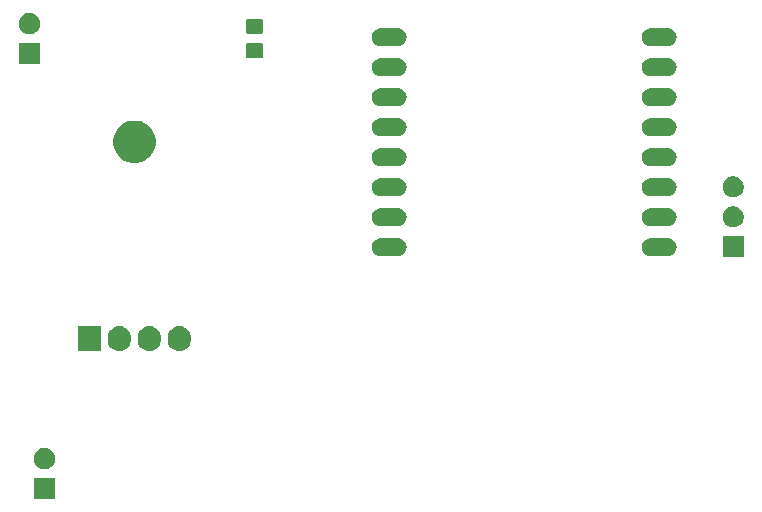
<source format=gbr>
G04 #@! TF.GenerationSoftware,KiCad,Pcbnew,5.1.5+dfsg1-2build2*
G04 #@! TF.CreationDate,2021-09-27T21:09:23+08:00*
G04 #@! TF.ProjectId,esp32-cam,65737033-322d-4636-916d-2e6b69636164,rev?*
G04 #@! TF.SameCoordinates,Original*
G04 #@! TF.FileFunction,Soldermask,Bot*
G04 #@! TF.FilePolarity,Negative*
%FSLAX46Y46*%
G04 Gerber Fmt 4.6, Leading zero omitted, Abs format (unit mm)*
G04 Created by KiCad (PCBNEW 5.1.5+dfsg1-2build2) date 2021-09-27 21:09:23*
%MOMM*%
%LPD*%
G04 APERTURE LIST*
%ADD10C,0.100000*%
G04 APERTURE END LIST*
D10*
G36*
X82181000Y-116471000D02*
G01*
X80379000Y-116471000D01*
X80379000Y-114669000D01*
X82181000Y-114669000D01*
X82181000Y-116471000D01*
G37*
G36*
X81393512Y-112133927D02*
G01*
X81542812Y-112163624D01*
X81706784Y-112231544D01*
X81854354Y-112330147D01*
X81979853Y-112455646D01*
X82078456Y-112603216D01*
X82146376Y-112767188D01*
X82181000Y-112941259D01*
X82181000Y-113118741D01*
X82146376Y-113292812D01*
X82078456Y-113456784D01*
X81979853Y-113604354D01*
X81854354Y-113729853D01*
X81706784Y-113828456D01*
X81542812Y-113896376D01*
X81393512Y-113926073D01*
X81368742Y-113931000D01*
X81191258Y-113931000D01*
X81166488Y-113926073D01*
X81017188Y-113896376D01*
X80853216Y-113828456D01*
X80705646Y-113729853D01*
X80580147Y-113604354D01*
X80481544Y-113456784D01*
X80413624Y-113292812D01*
X80379000Y-113118741D01*
X80379000Y-112941259D01*
X80413624Y-112767188D01*
X80481544Y-112603216D01*
X80580147Y-112455646D01*
X80705646Y-112330147D01*
X80853216Y-112231544D01*
X81017188Y-112163624D01*
X81166488Y-112133927D01*
X81191258Y-112129000D01*
X81368742Y-112129000D01*
X81393512Y-112133927D01*
G37*
G36*
X92906719Y-101833520D02*
G01*
X93095880Y-101890901D01*
X93095883Y-101890902D01*
X93188333Y-101940318D01*
X93270212Y-101984083D01*
X93423015Y-102109485D01*
X93548417Y-102262288D01*
X93641599Y-102436619D01*
X93698980Y-102625780D01*
X93713500Y-102773206D01*
X93713500Y-102966793D01*
X93698980Y-103114219D01*
X93641599Y-103303380D01*
X93641598Y-103303383D01*
X93592182Y-103395833D01*
X93548417Y-103477712D01*
X93423015Y-103630515D01*
X93270212Y-103755917D01*
X93095881Y-103849099D01*
X92906720Y-103906480D01*
X92710000Y-103925855D01*
X92513281Y-103906480D01*
X92324120Y-103849099D01*
X92149788Y-103755917D01*
X91996985Y-103630515D01*
X91871583Y-103477712D01*
X91778401Y-103303381D01*
X91721020Y-103114220D01*
X91706500Y-102966794D01*
X91706500Y-102773207D01*
X91721020Y-102625781D01*
X91778401Y-102436620D01*
X91778402Y-102436617D01*
X91827818Y-102344167D01*
X91871583Y-102262288D01*
X91996985Y-102109485D01*
X92149788Y-101984083D01*
X92324119Y-101890901D01*
X92513280Y-101833520D01*
X92710000Y-101814145D01*
X92906719Y-101833520D01*
G37*
G36*
X87826719Y-101833520D02*
G01*
X88015880Y-101890901D01*
X88015883Y-101890902D01*
X88108333Y-101940318D01*
X88190212Y-101984083D01*
X88343015Y-102109485D01*
X88468417Y-102262288D01*
X88561599Y-102436619D01*
X88618980Y-102625780D01*
X88633500Y-102773206D01*
X88633500Y-102966793D01*
X88618980Y-103114219D01*
X88561599Y-103303380D01*
X88561598Y-103303383D01*
X88512182Y-103395833D01*
X88468417Y-103477712D01*
X88343015Y-103630515D01*
X88190212Y-103755917D01*
X88015881Y-103849099D01*
X87826720Y-103906480D01*
X87630000Y-103925855D01*
X87433281Y-103906480D01*
X87244120Y-103849099D01*
X87069788Y-103755917D01*
X86916985Y-103630515D01*
X86791583Y-103477712D01*
X86698401Y-103303381D01*
X86641020Y-103114220D01*
X86626500Y-102966794D01*
X86626500Y-102773207D01*
X86641020Y-102625781D01*
X86698401Y-102436620D01*
X86698402Y-102436617D01*
X86747818Y-102344167D01*
X86791583Y-102262288D01*
X86916985Y-102109485D01*
X87069788Y-101984083D01*
X87244119Y-101890901D01*
X87433280Y-101833520D01*
X87630000Y-101814145D01*
X87826719Y-101833520D01*
G37*
G36*
X90366719Y-101833520D02*
G01*
X90555880Y-101890901D01*
X90555883Y-101890902D01*
X90648333Y-101940318D01*
X90730212Y-101984083D01*
X90883015Y-102109485D01*
X91008417Y-102262288D01*
X91101599Y-102436619D01*
X91158980Y-102625780D01*
X91173500Y-102773206D01*
X91173500Y-102966793D01*
X91158980Y-103114219D01*
X91101599Y-103303380D01*
X91101598Y-103303383D01*
X91052182Y-103395833D01*
X91008417Y-103477712D01*
X90883015Y-103630515D01*
X90730212Y-103755917D01*
X90555881Y-103849099D01*
X90366720Y-103906480D01*
X90170000Y-103925855D01*
X89973281Y-103906480D01*
X89784120Y-103849099D01*
X89609788Y-103755917D01*
X89456985Y-103630515D01*
X89331583Y-103477712D01*
X89238401Y-103303381D01*
X89181020Y-103114220D01*
X89166500Y-102966794D01*
X89166500Y-102773207D01*
X89181020Y-102625781D01*
X89238401Y-102436620D01*
X89238402Y-102436617D01*
X89287818Y-102344167D01*
X89331583Y-102262288D01*
X89456985Y-102109485D01*
X89609788Y-101984083D01*
X89784119Y-101890901D01*
X89973280Y-101833520D01*
X90170000Y-101814145D01*
X90366719Y-101833520D01*
G37*
G36*
X86093500Y-103921000D02*
G01*
X84086500Y-103921000D01*
X84086500Y-101819000D01*
X86093500Y-101819000D01*
X86093500Y-103921000D01*
G37*
G36*
X140501000Y-96001000D02*
G01*
X138699000Y-96001000D01*
X138699000Y-94199000D01*
X140501000Y-94199000D01*
X140501000Y-96001000D01*
G37*
G36*
X134134626Y-94363315D02*
G01*
X134190617Y-94368829D01*
X134296908Y-94401072D01*
X134334296Y-94412414D01*
X134466703Y-94483187D01*
X134582764Y-94578436D01*
X134678013Y-94694497D01*
X134748786Y-94826904D01*
X134748787Y-94826908D01*
X134792371Y-94970583D01*
X134807087Y-95120000D01*
X134792371Y-95269417D01*
X134760128Y-95375708D01*
X134748786Y-95413096D01*
X134678013Y-95545503D01*
X134582764Y-95661564D01*
X134466703Y-95756813D01*
X134334296Y-95827586D01*
X134296908Y-95838928D01*
X134190617Y-95871171D01*
X134134626Y-95876686D01*
X134078637Y-95882200D01*
X132581363Y-95882200D01*
X132525374Y-95876686D01*
X132469383Y-95871171D01*
X132363092Y-95838928D01*
X132325704Y-95827586D01*
X132193297Y-95756813D01*
X132077236Y-95661564D01*
X131981987Y-95545503D01*
X131911214Y-95413096D01*
X131899872Y-95375708D01*
X131867629Y-95269417D01*
X131852913Y-95120000D01*
X131867629Y-94970583D01*
X131911213Y-94826908D01*
X131911214Y-94826904D01*
X131981987Y-94694497D01*
X132077236Y-94578436D01*
X132193297Y-94483187D01*
X132325704Y-94412414D01*
X132363092Y-94401072D01*
X132469383Y-94368829D01*
X132525374Y-94363315D01*
X132581363Y-94357800D01*
X134078637Y-94357800D01*
X134134626Y-94363315D01*
G37*
G36*
X111274626Y-94363315D02*
G01*
X111330617Y-94368829D01*
X111436908Y-94401072D01*
X111474296Y-94412414D01*
X111606703Y-94483187D01*
X111722764Y-94578436D01*
X111818013Y-94694497D01*
X111888786Y-94826904D01*
X111888787Y-94826908D01*
X111932371Y-94970583D01*
X111947087Y-95120000D01*
X111932371Y-95269417D01*
X111900128Y-95375708D01*
X111888786Y-95413096D01*
X111818013Y-95545503D01*
X111722764Y-95661564D01*
X111606703Y-95756813D01*
X111474296Y-95827586D01*
X111436908Y-95838928D01*
X111330617Y-95871171D01*
X111274626Y-95876686D01*
X111218637Y-95882200D01*
X109721363Y-95882200D01*
X109665374Y-95876686D01*
X109609383Y-95871171D01*
X109503092Y-95838928D01*
X109465704Y-95827586D01*
X109333297Y-95756813D01*
X109217236Y-95661564D01*
X109121987Y-95545503D01*
X109051214Y-95413096D01*
X109039872Y-95375708D01*
X109007629Y-95269417D01*
X108992913Y-95120000D01*
X109007629Y-94970583D01*
X109051213Y-94826908D01*
X109051214Y-94826904D01*
X109121987Y-94694497D01*
X109217236Y-94578436D01*
X109333297Y-94483187D01*
X109465704Y-94412414D01*
X109503092Y-94401072D01*
X109609383Y-94368829D01*
X109665374Y-94363315D01*
X109721363Y-94357800D01*
X111218637Y-94357800D01*
X111274626Y-94363315D01*
G37*
G36*
X139713512Y-91663927D02*
G01*
X139862812Y-91693624D01*
X140026784Y-91761544D01*
X140174354Y-91860147D01*
X140299853Y-91985646D01*
X140398456Y-92133216D01*
X140466376Y-92297188D01*
X140501000Y-92471259D01*
X140501000Y-92648741D01*
X140466376Y-92822812D01*
X140398456Y-92986784D01*
X140299853Y-93134354D01*
X140174354Y-93259853D01*
X140026784Y-93358456D01*
X139862812Y-93426376D01*
X139713512Y-93456073D01*
X139688742Y-93461000D01*
X139511258Y-93461000D01*
X139486488Y-93456073D01*
X139337188Y-93426376D01*
X139173216Y-93358456D01*
X139025646Y-93259853D01*
X138900147Y-93134354D01*
X138801544Y-92986784D01*
X138733624Y-92822812D01*
X138699000Y-92648741D01*
X138699000Y-92471259D01*
X138733624Y-92297188D01*
X138801544Y-92133216D01*
X138900147Y-91985646D01*
X139025646Y-91860147D01*
X139173216Y-91761544D01*
X139337188Y-91693624D01*
X139486488Y-91663927D01*
X139511258Y-91659000D01*
X139688742Y-91659000D01*
X139713512Y-91663927D01*
G37*
G36*
X111274626Y-91823314D02*
G01*
X111330617Y-91828829D01*
X111433857Y-91860147D01*
X111474296Y-91872414D01*
X111606703Y-91943187D01*
X111722764Y-92038436D01*
X111818013Y-92154497D01*
X111888786Y-92286904D01*
X111891906Y-92297189D01*
X111932371Y-92430583D01*
X111947087Y-92580000D01*
X111932371Y-92729417D01*
X111900128Y-92835708D01*
X111888786Y-92873096D01*
X111818013Y-93005503D01*
X111722764Y-93121564D01*
X111606703Y-93216813D01*
X111474296Y-93287586D01*
X111436908Y-93298928D01*
X111330617Y-93331171D01*
X111274626Y-93336686D01*
X111218637Y-93342200D01*
X109721363Y-93342200D01*
X109665374Y-93336686D01*
X109609383Y-93331171D01*
X109503092Y-93298928D01*
X109465704Y-93287586D01*
X109333297Y-93216813D01*
X109217236Y-93121564D01*
X109121987Y-93005503D01*
X109051214Y-92873096D01*
X109039872Y-92835708D01*
X109007629Y-92729417D01*
X108992913Y-92580000D01*
X109007629Y-92430583D01*
X109048094Y-92297189D01*
X109051214Y-92286904D01*
X109121987Y-92154497D01*
X109217236Y-92038436D01*
X109333297Y-91943187D01*
X109465704Y-91872414D01*
X109506143Y-91860147D01*
X109609383Y-91828829D01*
X109665374Y-91823314D01*
X109721363Y-91817800D01*
X111218637Y-91817800D01*
X111274626Y-91823314D01*
G37*
G36*
X134134626Y-91823314D02*
G01*
X134190617Y-91828829D01*
X134293857Y-91860147D01*
X134334296Y-91872414D01*
X134466703Y-91943187D01*
X134582764Y-92038436D01*
X134678013Y-92154497D01*
X134748786Y-92286904D01*
X134751906Y-92297189D01*
X134792371Y-92430583D01*
X134807087Y-92580000D01*
X134792371Y-92729417D01*
X134760128Y-92835708D01*
X134748786Y-92873096D01*
X134678013Y-93005503D01*
X134582764Y-93121564D01*
X134466703Y-93216813D01*
X134334296Y-93287586D01*
X134296908Y-93298928D01*
X134190617Y-93331171D01*
X134134626Y-93336686D01*
X134078637Y-93342200D01*
X132581363Y-93342200D01*
X132525374Y-93336686D01*
X132469383Y-93331171D01*
X132363092Y-93298928D01*
X132325704Y-93287586D01*
X132193297Y-93216813D01*
X132077236Y-93121564D01*
X131981987Y-93005503D01*
X131911214Y-92873096D01*
X131899872Y-92835708D01*
X131867629Y-92729417D01*
X131852913Y-92580000D01*
X131867629Y-92430583D01*
X131908094Y-92297189D01*
X131911214Y-92286904D01*
X131981987Y-92154497D01*
X132077236Y-92038436D01*
X132193297Y-91943187D01*
X132325704Y-91872414D01*
X132366143Y-91860147D01*
X132469383Y-91828829D01*
X132525374Y-91823314D01*
X132581363Y-91817800D01*
X134078637Y-91817800D01*
X134134626Y-91823314D01*
G37*
G36*
X139713512Y-89123927D02*
G01*
X139862812Y-89153624D01*
X140026784Y-89221544D01*
X140174354Y-89320147D01*
X140299853Y-89445646D01*
X140398456Y-89593216D01*
X140466376Y-89757188D01*
X140501000Y-89931259D01*
X140501000Y-90108741D01*
X140466376Y-90282812D01*
X140398456Y-90446784D01*
X140299853Y-90594354D01*
X140174354Y-90719853D01*
X140026784Y-90818456D01*
X139862812Y-90886376D01*
X139713512Y-90916073D01*
X139688742Y-90921000D01*
X139511258Y-90921000D01*
X139486488Y-90916073D01*
X139337188Y-90886376D01*
X139173216Y-90818456D01*
X139025646Y-90719853D01*
X138900147Y-90594354D01*
X138801544Y-90446784D01*
X138733624Y-90282812D01*
X138699000Y-90108741D01*
X138699000Y-89931259D01*
X138733624Y-89757188D01*
X138801544Y-89593216D01*
X138900147Y-89445646D01*
X139025646Y-89320147D01*
X139173216Y-89221544D01*
X139337188Y-89153624D01*
X139486488Y-89123927D01*
X139511258Y-89119000D01*
X139688742Y-89119000D01*
X139713512Y-89123927D01*
G37*
G36*
X134134626Y-89283314D02*
G01*
X134190617Y-89288829D01*
X134293857Y-89320147D01*
X134334296Y-89332414D01*
X134466703Y-89403187D01*
X134582764Y-89498436D01*
X134678013Y-89614497D01*
X134748786Y-89746904D01*
X134751906Y-89757189D01*
X134792371Y-89890583D01*
X134807087Y-90040000D01*
X134792371Y-90189417D01*
X134760128Y-90295708D01*
X134748786Y-90333096D01*
X134678013Y-90465503D01*
X134582764Y-90581564D01*
X134466703Y-90676813D01*
X134334296Y-90747586D01*
X134296908Y-90758928D01*
X134190617Y-90791171D01*
X134134626Y-90796686D01*
X134078637Y-90802200D01*
X132581363Y-90802200D01*
X132525374Y-90796686D01*
X132469383Y-90791171D01*
X132363092Y-90758928D01*
X132325704Y-90747586D01*
X132193297Y-90676813D01*
X132077236Y-90581564D01*
X131981987Y-90465503D01*
X131911214Y-90333096D01*
X131899872Y-90295708D01*
X131867629Y-90189417D01*
X131852913Y-90040000D01*
X131867629Y-89890583D01*
X131908094Y-89757189D01*
X131911214Y-89746904D01*
X131981987Y-89614497D01*
X132077236Y-89498436D01*
X132193297Y-89403187D01*
X132325704Y-89332414D01*
X132366143Y-89320147D01*
X132469383Y-89288829D01*
X132525374Y-89283314D01*
X132581363Y-89277800D01*
X134078637Y-89277800D01*
X134134626Y-89283314D01*
G37*
G36*
X111274626Y-89283314D02*
G01*
X111330617Y-89288829D01*
X111433857Y-89320147D01*
X111474296Y-89332414D01*
X111606703Y-89403187D01*
X111722764Y-89498436D01*
X111818013Y-89614497D01*
X111888786Y-89746904D01*
X111891906Y-89757189D01*
X111932371Y-89890583D01*
X111947087Y-90040000D01*
X111932371Y-90189417D01*
X111900128Y-90295708D01*
X111888786Y-90333096D01*
X111818013Y-90465503D01*
X111722764Y-90581564D01*
X111606703Y-90676813D01*
X111474296Y-90747586D01*
X111436908Y-90758928D01*
X111330617Y-90791171D01*
X111274626Y-90796686D01*
X111218637Y-90802200D01*
X109721363Y-90802200D01*
X109665374Y-90796686D01*
X109609383Y-90791171D01*
X109503092Y-90758928D01*
X109465704Y-90747586D01*
X109333297Y-90676813D01*
X109217236Y-90581564D01*
X109121987Y-90465503D01*
X109051214Y-90333096D01*
X109039872Y-90295708D01*
X109007629Y-90189417D01*
X108992913Y-90040000D01*
X109007629Y-89890583D01*
X109048094Y-89757189D01*
X109051214Y-89746904D01*
X109121987Y-89614497D01*
X109217236Y-89498436D01*
X109333297Y-89403187D01*
X109465704Y-89332414D01*
X109506143Y-89320147D01*
X109609383Y-89288829D01*
X109665374Y-89283314D01*
X109721363Y-89277800D01*
X111218637Y-89277800D01*
X111274626Y-89283314D01*
G37*
G36*
X134134626Y-86743314D02*
G01*
X134190617Y-86748829D01*
X134296908Y-86781072D01*
X134334296Y-86792414D01*
X134466703Y-86863187D01*
X134582764Y-86958436D01*
X134678013Y-87074497D01*
X134748786Y-87206904D01*
X134748787Y-87206908D01*
X134792371Y-87350583D01*
X134807087Y-87500000D01*
X134792371Y-87649417D01*
X134760128Y-87755708D01*
X134748786Y-87793096D01*
X134678013Y-87925503D01*
X134582764Y-88041564D01*
X134466703Y-88136813D01*
X134334296Y-88207586D01*
X134296908Y-88218928D01*
X134190617Y-88251171D01*
X134134626Y-88256685D01*
X134078637Y-88262200D01*
X132581363Y-88262200D01*
X132525374Y-88256685D01*
X132469383Y-88251171D01*
X132363092Y-88218928D01*
X132325704Y-88207586D01*
X132193297Y-88136813D01*
X132077236Y-88041564D01*
X131981987Y-87925503D01*
X131911214Y-87793096D01*
X131899872Y-87755708D01*
X131867629Y-87649417D01*
X131852913Y-87500000D01*
X131867629Y-87350583D01*
X131911213Y-87206908D01*
X131911214Y-87206904D01*
X131981987Y-87074497D01*
X132077236Y-86958436D01*
X132193297Y-86863187D01*
X132325704Y-86792414D01*
X132363092Y-86781072D01*
X132469383Y-86748829D01*
X132525374Y-86743314D01*
X132581363Y-86737800D01*
X134078637Y-86737800D01*
X134134626Y-86743314D01*
G37*
G36*
X111274626Y-86743314D02*
G01*
X111330617Y-86748829D01*
X111436908Y-86781072D01*
X111474296Y-86792414D01*
X111606703Y-86863187D01*
X111722764Y-86958436D01*
X111818013Y-87074497D01*
X111888786Y-87206904D01*
X111888787Y-87206908D01*
X111932371Y-87350583D01*
X111947087Y-87500000D01*
X111932371Y-87649417D01*
X111900128Y-87755708D01*
X111888786Y-87793096D01*
X111818013Y-87925503D01*
X111722764Y-88041564D01*
X111606703Y-88136813D01*
X111474296Y-88207586D01*
X111436908Y-88218928D01*
X111330617Y-88251171D01*
X111274626Y-88256685D01*
X111218637Y-88262200D01*
X109721363Y-88262200D01*
X109665374Y-88256685D01*
X109609383Y-88251171D01*
X109503092Y-88218928D01*
X109465704Y-88207586D01*
X109333297Y-88136813D01*
X109217236Y-88041564D01*
X109121987Y-87925503D01*
X109051214Y-87793096D01*
X109039872Y-87755708D01*
X109007629Y-87649417D01*
X108992913Y-87500000D01*
X109007629Y-87350583D01*
X109051213Y-87206908D01*
X109051214Y-87206904D01*
X109121987Y-87074497D01*
X109217236Y-86958436D01*
X109333297Y-86863187D01*
X109465704Y-86792414D01*
X109503092Y-86781072D01*
X109609383Y-86748829D01*
X109665374Y-86743314D01*
X109721363Y-86737800D01*
X111218637Y-86737800D01*
X111274626Y-86743314D01*
G37*
G36*
X89425331Y-84478211D02*
G01*
X89753092Y-84613974D01*
X90048070Y-84811072D01*
X90298928Y-85061930D01*
X90496026Y-85356908D01*
X90631789Y-85684669D01*
X90701000Y-86032616D01*
X90701000Y-86387384D01*
X90631789Y-86735331D01*
X90496026Y-87063092D01*
X90298928Y-87358070D01*
X90048070Y-87608928D01*
X89753092Y-87806026D01*
X89425331Y-87941789D01*
X89077384Y-88011000D01*
X88722616Y-88011000D01*
X88374669Y-87941789D01*
X88046908Y-87806026D01*
X87751930Y-87608928D01*
X87501072Y-87358070D01*
X87303974Y-87063092D01*
X87168211Y-86735331D01*
X87099000Y-86387384D01*
X87099000Y-86032616D01*
X87168211Y-85684669D01*
X87303974Y-85356908D01*
X87501072Y-85061930D01*
X87751930Y-84811072D01*
X88046908Y-84613974D01*
X88374669Y-84478211D01*
X88722616Y-84409000D01*
X89077384Y-84409000D01*
X89425331Y-84478211D01*
G37*
G36*
X134134626Y-84203314D02*
G01*
X134190617Y-84208829D01*
X134296908Y-84241072D01*
X134334296Y-84252414D01*
X134466703Y-84323187D01*
X134582764Y-84418436D01*
X134678013Y-84534497D01*
X134748786Y-84666904D01*
X134748787Y-84666908D01*
X134792371Y-84810583D01*
X134807087Y-84960000D01*
X134792371Y-85109417D01*
X134760128Y-85215708D01*
X134748786Y-85253096D01*
X134678013Y-85385503D01*
X134582764Y-85501564D01*
X134466703Y-85596813D01*
X134334296Y-85667586D01*
X134296908Y-85678928D01*
X134190617Y-85711171D01*
X134134626Y-85716685D01*
X134078637Y-85722200D01*
X132581363Y-85722200D01*
X132525374Y-85716685D01*
X132469383Y-85711171D01*
X132363092Y-85678928D01*
X132325704Y-85667586D01*
X132193297Y-85596813D01*
X132077236Y-85501564D01*
X131981987Y-85385503D01*
X131911214Y-85253096D01*
X131899872Y-85215708D01*
X131867629Y-85109417D01*
X131852913Y-84960000D01*
X131867629Y-84810583D01*
X131911213Y-84666908D01*
X131911214Y-84666904D01*
X131981987Y-84534497D01*
X132077236Y-84418436D01*
X132193297Y-84323187D01*
X132325704Y-84252414D01*
X132363092Y-84241072D01*
X132469383Y-84208829D01*
X132525374Y-84203314D01*
X132581363Y-84197800D01*
X134078637Y-84197800D01*
X134134626Y-84203314D01*
G37*
G36*
X111274626Y-84203314D02*
G01*
X111330617Y-84208829D01*
X111436908Y-84241072D01*
X111474296Y-84252414D01*
X111606703Y-84323187D01*
X111722764Y-84418436D01*
X111818013Y-84534497D01*
X111888786Y-84666904D01*
X111888787Y-84666908D01*
X111932371Y-84810583D01*
X111947087Y-84960000D01*
X111932371Y-85109417D01*
X111900128Y-85215708D01*
X111888786Y-85253096D01*
X111818013Y-85385503D01*
X111722764Y-85501564D01*
X111606703Y-85596813D01*
X111474296Y-85667586D01*
X111436908Y-85678928D01*
X111330617Y-85711171D01*
X111274626Y-85716685D01*
X111218637Y-85722200D01*
X109721363Y-85722200D01*
X109665374Y-85716685D01*
X109609383Y-85711171D01*
X109503092Y-85678928D01*
X109465704Y-85667586D01*
X109333297Y-85596813D01*
X109217236Y-85501564D01*
X109121987Y-85385503D01*
X109051214Y-85253096D01*
X109039872Y-85215708D01*
X109007629Y-85109417D01*
X108992913Y-84960000D01*
X109007629Y-84810583D01*
X109051213Y-84666908D01*
X109051214Y-84666904D01*
X109121987Y-84534497D01*
X109217236Y-84418436D01*
X109333297Y-84323187D01*
X109465704Y-84252414D01*
X109503092Y-84241072D01*
X109609383Y-84208829D01*
X109665374Y-84203314D01*
X109721363Y-84197800D01*
X111218637Y-84197800D01*
X111274626Y-84203314D01*
G37*
G36*
X134134626Y-81663315D02*
G01*
X134190617Y-81668829D01*
X134296908Y-81701072D01*
X134334296Y-81712414D01*
X134466703Y-81783187D01*
X134582764Y-81878436D01*
X134678013Y-81994497D01*
X134748786Y-82126904D01*
X134748787Y-82126908D01*
X134792371Y-82270583D01*
X134807087Y-82420000D01*
X134792371Y-82569417D01*
X134760128Y-82675708D01*
X134748786Y-82713096D01*
X134678013Y-82845503D01*
X134582764Y-82961564D01*
X134466703Y-83056813D01*
X134334296Y-83127586D01*
X134296908Y-83138928D01*
X134190617Y-83171171D01*
X134134626Y-83176686D01*
X134078637Y-83182200D01*
X132581363Y-83182200D01*
X132525374Y-83176686D01*
X132469383Y-83171171D01*
X132363092Y-83138928D01*
X132325704Y-83127586D01*
X132193297Y-83056813D01*
X132077236Y-82961564D01*
X131981987Y-82845503D01*
X131911214Y-82713096D01*
X131899872Y-82675708D01*
X131867629Y-82569417D01*
X131852913Y-82420000D01*
X131867629Y-82270583D01*
X131911213Y-82126908D01*
X131911214Y-82126904D01*
X131981987Y-81994497D01*
X132077236Y-81878436D01*
X132193297Y-81783187D01*
X132325704Y-81712414D01*
X132363092Y-81701072D01*
X132469383Y-81668829D01*
X132525374Y-81663315D01*
X132581363Y-81657800D01*
X134078637Y-81657800D01*
X134134626Y-81663315D01*
G37*
G36*
X111274626Y-81663315D02*
G01*
X111330617Y-81668829D01*
X111436908Y-81701072D01*
X111474296Y-81712414D01*
X111606703Y-81783187D01*
X111722764Y-81878436D01*
X111818013Y-81994497D01*
X111888786Y-82126904D01*
X111888787Y-82126908D01*
X111932371Y-82270583D01*
X111947087Y-82420000D01*
X111932371Y-82569417D01*
X111900128Y-82675708D01*
X111888786Y-82713096D01*
X111818013Y-82845503D01*
X111722764Y-82961564D01*
X111606703Y-83056813D01*
X111474296Y-83127586D01*
X111436908Y-83138928D01*
X111330617Y-83171171D01*
X111274626Y-83176686D01*
X111218637Y-83182200D01*
X109721363Y-83182200D01*
X109665374Y-83176686D01*
X109609383Y-83171171D01*
X109503092Y-83138928D01*
X109465704Y-83127586D01*
X109333297Y-83056813D01*
X109217236Y-82961564D01*
X109121987Y-82845503D01*
X109051214Y-82713096D01*
X109039872Y-82675708D01*
X109007629Y-82569417D01*
X108992913Y-82420000D01*
X109007629Y-82270583D01*
X109051213Y-82126908D01*
X109051214Y-82126904D01*
X109121987Y-81994497D01*
X109217236Y-81878436D01*
X109333297Y-81783187D01*
X109465704Y-81712414D01*
X109503092Y-81701072D01*
X109609383Y-81668829D01*
X109665374Y-81663315D01*
X109721363Y-81657800D01*
X111218637Y-81657800D01*
X111274626Y-81663315D01*
G37*
G36*
X134134626Y-79123315D02*
G01*
X134190617Y-79128829D01*
X134296908Y-79161072D01*
X134334296Y-79172414D01*
X134466703Y-79243187D01*
X134582764Y-79338436D01*
X134678013Y-79454497D01*
X134748786Y-79586904D01*
X134748787Y-79586908D01*
X134792371Y-79730583D01*
X134807087Y-79880000D01*
X134792371Y-80029417D01*
X134760128Y-80135708D01*
X134748786Y-80173096D01*
X134678013Y-80305503D01*
X134582764Y-80421564D01*
X134466703Y-80516813D01*
X134334296Y-80587586D01*
X134296908Y-80598928D01*
X134190617Y-80631171D01*
X134134626Y-80636686D01*
X134078637Y-80642200D01*
X132581363Y-80642200D01*
X132525374Y-80636686D01*
X132469383Y-80631171D01*
X132363092Y-80598928D01*
X132325704Y-80587586D01*
X132193297Y-80516813D01*
X132077236Y-80421564D01*
X131981987Y-80305503D01*
X131911214Y-80173096D01*
X131899872Y-80135708D01*
X131867629Y-80029417D01*
X131852913Y-79880000D01*
X131867629Y-79730583D01*
X131911213Y-79586908D01*
X131911214Y-79586904D01*
X131981987Y-79454497D01*
X132077236Y-79338436D01*
X132193297Y-79243187D01*
X132325704Y-79172414D01*
X132363092Y-79161072D01*
X132469383Y-79128829D01*
X132525374Y-79123315D01*
X132581363Y-79117800D01*
X134078637Y-79117800D01*
X134134626Y-79123315D01*
G37*
G36*
X111274626Y-79123315D02*
G01*
X111330617Y-79128829D01*
X111436908Y-79161072D01*
X111474296Y-79172414D01*
X111606703Y-79243187D01*
X111722764Y-79338436D01*
X111818013Y-79454497D01*
X111888786Y-79586904D01*
X111888787Y-79586908D01*
X111932371Y-79730583D01*
X111947087Y-79880000D01*
X111932371Y-80029417D01*
X111900128Y-80135708D01*
X111888786Y-80173096D01*
X111818013Y-80305503D01*
X111722764Y-80421564D01*
X111606703Y-80516813D01*
X111474296Y-80587586D01*
X111436908Y-80598928D01*
X111330617Y-80631171D01*
X111274626Y-80636686D01*
X111218637Y-80642200D01*
X109721363Y-80642200D01*
X109665374Y-80636686D01*
X109609383Y-80631171D01*
X109503092Y-80598928D01*
X109465704Y-80587586D01*
X109333297Y-80516813D01*
X109217236Y-80421564D01*
X109121987Y-80305503D01*
X109051214Y-80173096D01*
X109039872Y-80135708D01*
X109007629Y-80029417D01*
X108992913Y-79880000D01*
X109007629Y-79730583D01*
X109051213Y-79586908D01*
X109051214Y-79586904D01*
X109121987Y-79454497D01*
X109217236Y-79338436D01*
X109333297Y-79243187D01*
X109465704Y-79172414D01*
X109503092Y-79161072D01*
X109609383Y-79128829D01*
X109665374Y-79123315D01*
X109721363Y-79117800D01*
X111218637Y-79117800D01*
X111274626Y-79123315D01*
G37*
G36*
X80911000Y-79641000D02*
G01*
X79109000Y-79641000D01*
X79109000Y-77839000D01*
X80911000Y-77839000D01*
X80911000Y-79641000D01*
G37*
G36*
X99648674Y-77873465D02*
G01*
X99686367Y-77884899D01*
X99721103Y-77903466D01*
X99751548Y-77928452D01*
X99776534Y-77958897D01*
X99795101Y-77993633D01*
X99806535Y-78031326D01*
X99811000Y-78076661D01*
X99811000Y-78913339D01*
X99806535Y-78958674D01*
X99795101Y-78996367D01*
X99776534Y-79031103D01*
X99751548Y-79061548D01*
X99721103Y-79086534D01*
X99686367Y-79105101D01*
X99648674Y-79116535D01*
X99603339Y-79121000D01*
X98516661Y-79121000D01*
X98471326Y-79116535D01*
X98433633Y-79105101D01*
X98398897Y-79086534D01*
X98368452Y-79061548D01*
X98343466Y-79031103D01*
X98324899Y-78996367D01*
X98313465Y-78958674D01*
X98309000Y-78913339D01*
X98309000Y-78076661D01*
X98313465Y-78031326D01*
X98324899Y-77993633D01*
X98343466Y-77958897D01*
X98368452Y-77928452D01*
X98398897Y-77903466D01*
X98433633Y-77884899D01*
X98471326Y-77873465D01*
X98516661Y-77869000D01*
X99603339Y-77869000D01*
X99648674Y-77873465D01*
G37*
G36*
X111274626Y-76583314D02*
G01*
X111330617Y-76588829D01*
X111436908Y-76621072D01*
X111474296Y-76632414D01*
X111606703Y-76703187D01*
X111722764Y-76798436D01*
X111818013Y-76914497D01*
X111888786Y-77046904D01*
X111894509Y-77065770D01*
X111932371Y-77190583D01*
X111947087Y-77340000D01*
X111932371Y-77489417D01*
X111900128Y-77595708D01*
X111888786Y-77633096D01*
X111818013Y-77765503D01*
X111722764Y-77881564D01*
X111606703Y-77976813D01*
X111474296Y-78047586D01*
X111436908Y-78058928D01*
X111330617Y-78091171D01*
X111274626Y-78096686D01*
X111218637Y-78102200D01*
X109721363Y-78102200D01*
X109665374Y-78096686D01*
X109609383Y-78091171D01*
X109503092Y-78058928D01*
X109465704Y-78047586D01*
X109333297Y-77976813D01*
X109217236Y-77881564D01*
X109121987Y-77765503D01*
X109051214Y-77633096D01*
X109039872Y-77595708D01*
X109007629Y-77489417D01*
X108992913Y-77340000D01*
X109007629Y-77190583D01*
X109045491Y-77065770D01*
X109051214Y-77046904D01*
X109121987Y-76914497D01*
X109217236Y-76798436D01*
X109333297Y-76703187D01*
X109465704Y-76632414D01*
X109503092Y-76621072D01*
X109609383Y-76588829D01*
X109665374Y-76583314D01*
X109721363Y-76577800D01*
X111218637Y-76577800D01*
X111274626Y-76583314D01*
G37*
G36*
X134134626Y-76583314D02*
G01*
X134190617Y-76588829D01*
X134296908Y-76621072D01*
X134334296Y-76632414D01*
X134466703Y-76703187D01*
X134582764Y-76798436D01*
X134678013Y-76914497D01*
X134748786Y-77046904D01*
X134754509Y-77065770D01*
X134792371Y-77190583D01*
X134807087Y-77340000D01*
X134792371Y-77489417D01*
X134760128Y-77595708D01*
X134748786Y-77633096D01*
X134678013Y-77765503D01*
X134582764Y-77881564D01*
X134466703Y-77976813D01*
X134334296Y-78047586D01*
X134296908Y-78058928D01*
X134190617Y-78091171D01*
X134134626Y-78096686D01*
X134078637Y-78102200D01*
X132581363Y-78102200D01*
X132525374Y-78096686D01*
X132469383Y-78091171D01*
X132363092Y-78058928D01*
X132325704Y-78047586D01*
X132193297Y-77976813D01*
X132077236Y-77881564D01*
X131981987Y-77765503D01*
X131911214Y-77633096D01*
X131899872Y-77595708D01*
X131867629Y-77489417D01*
X131852913Y-77340000D01*
X131867629Y-77190583D01*
X131905491Y-77065770D01*
X131911214Y-77046904D01*
X131981987Y-76914497D01*
X132077236Y-76798436D01*
X132193297Y-76703187D01*
X132325704Y-76632414D01*
X132363092Y-76621072D01*
X132469383Y-76588829D01*
X132525374Y-76583314D01*
X132581363Y-76577800D01*
X134078637Y-76577800D01*
X134134626Y-76583314D01*
G37*
G36*
X80123512Y-75303927D02*
G01*
X80272812Y-75333624D01*
X80436784Y-75401544D01*
X80584354Y-75500147D01*
X80709853Y-75625646D01*
X80808456Y-75773216D01*
X80876376Y-75937188D01*
X80911000Y-76111259D01*
X80911000Y-76288741D01*
X80876376Y-76462812D01*
X80808456Y-76626784D01*
X80709853Y-76774354D01*
X80584354Y-76899853D01*
X80436784Y-76998456D01*
X80272812Y-77066376D01*
X80123512Y-77096073D01*
X80098742Y-77101000D01*
X79921258Y-77101000D01*
X79896488Y-77096073D01*
X79747188Y-77066376D01*
X79583216Y-76998456D01*
X79435646Y-76899853D01*
X79310147Y-76774354D01*
X79211544Y-76626784D01*
X79143624Y-76462812D01*
X79109000Y-76288741D01*
X79109000Y-76111259D01*
X79143624Y-75937188D01*
X79211544Y-75773216D01*
X79310147Y-75625646D01*
X79435646Y-75500147D01*
X79583216Y-75401544D01*
X79747188Y-75333624D01*
X79896488Y-75303927D01*
X79921258Y-75299000D01*
X80098742Y-75299000D01*
X80123512Y-75303927D01*
G37*
G36*
X99648674Y-75823465D02*
G01*
X99686367Y-75834899D01*
X99721103Y-75853466D01*
X99751548Y-75878452D01*
X99776534Y-75908897D01*
X99795101Y-75943633D01*
X99806535Y-75981326D01*
X99811000Y-76026661D01*
X99811000Y-76863339D01*
X99806535Y-76908674D01*
X99795101Y-76946367D01*
X99776534Y-76981103D01*
X99751548Y-77011548D01*
X99721103Y-77036534D01*
X99686367Y-77055101D01*
X99648674Y-77066535D01*
X99603339Y-77071000D01*
X98516661Y-77071000D01*
X98471326Y-77066535D01*
X98433633Y-77055101D01*
X98398897Y-77036534D01*
X98368452Y-77011548D01*
X98343466Y-76981103D01*
X98324899Y-76946367D01*
X98313465Y-76908674D01*
X98309000Y-76863339D01*
X98309000Y-76026661D01*
X98313465Y-75981326D01*
X98324899Y-75943633D01*
X98343466Y-75908897D01*
X98368452Y-75878452D01*
X98398897Y-75853466D01*
X98433633Y-75834899D01*
X98471326Y-75823465D01*
X98516661Y-75819000D01*
X99603339Y-75819000D01*
X99648674Y-75823465D01*
G37*
M02*

</source>
